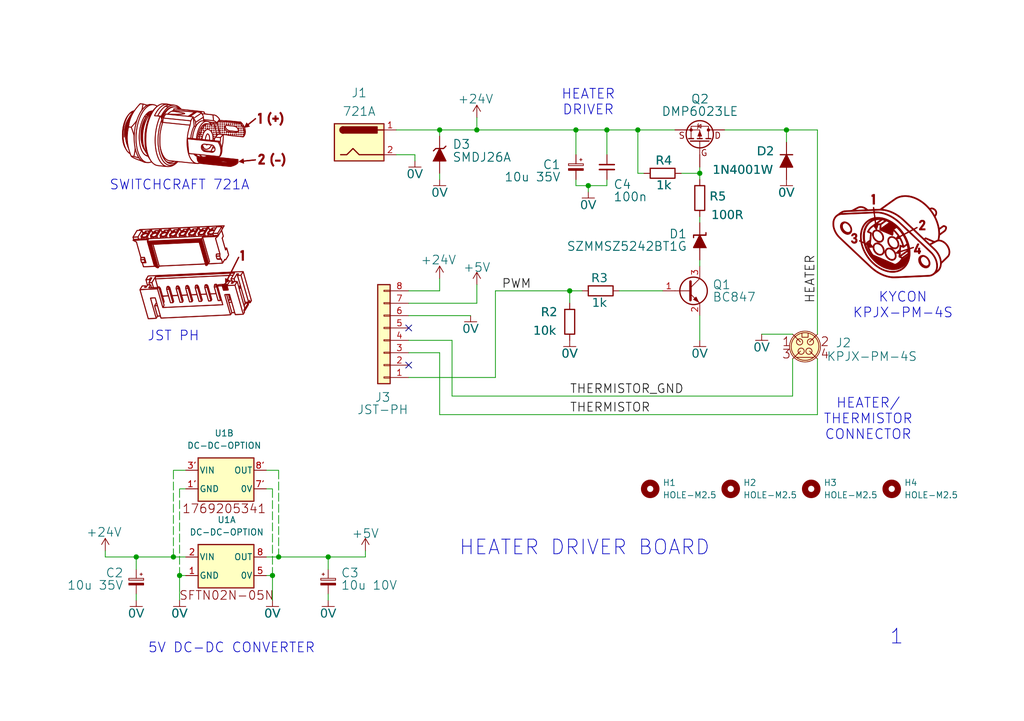
<source format=kicad_sch>
(kicad_sch (version 20250114) (generator "eeschema") (generator_version "9.0")
  (paper "A5")
  (lib_symbols
    (symbol "Connector_Generic:Conn_01x08" (pin_names (offset 1.016) (hide yes))
      (property "Reference" "J" (at 0 10.16 0))
      (property "Value" "Conn_01x08" (at 0 -12.7 0))
      (symbol "Conn_01x08_1_1"
        (pin passive line (at -5.08 7.62 0) (length 3.81) (name "Pin_1") (number "1"))
        (pin passive line (at -5.08 5.08 0) (length 3.81) (name "Pin_2") (number "2"))
        (pin passive line (at -5.08 2.54 0) (length 3.81) (name "Pin_3") (number "3"))
        (pin passive line (at -5.08 0 0) (length 3.81) (name "Pin_4") (number "4"))
        (pin passive line (at -5.08 -2.54 0) (length 3.81) (name "Pin_5") (number "5"))
        (pin passive line (at -5.08 -5.08 0) (length 3.81) (name "Pin_6") (number "6"))
        (pin passive line (at -5.08 -7.62 0) (length 3.81) (name "Pin_7") (number "7"))
        (pin passive line (at -5.08 -10.16 0) (length 3.81) (name "Pin_8") (number "8"))
      )
    )
    (symbol "Device:C_Polarized_Small" (pin_numbers (hide yes)) (pin_names (offset 0.254) (hide yes))
      (property "Reference" "C" (at 0.254 1.778 0))
      (property "Value" "C_Polarized_Small" (at 0.254 -2.032 0))
      (symbol "C_Polarized_Small_1_1"
        (pin passive line (at 0 2.54 270) (length 1.8542) (name "~") (number "1"))
        (pin passive line (at 0 -2.54 90) (length 1.8542) (name "~") (number "2"))
      )
    )
    (symbol "Device:C_Small" (pin_numbers (hide yes)) (pin_names (offset 0.254) (hide yes))
      (property "Reference" "C" (at 0.254 1.778 0))
      (property "Value" "C_Small" (at 0.254 -2.032 0))
      (symbol "C_Small_1_1"
        (pin passive line (at 0 2.54 270) (length 2.032) (name "~") (number "1"))
        (pin passive line (at 0 -2.54 90) (length 2.032) (name "~") (number "2"))
      )
    )
    (symbol "Device:R" (pin_numbers (hide yes)) (pin_names (offset 0))
      (property "Reference" "R" (at 2.032 0 90))
      (property "Value" "R" (at 0 0 90))
      (symbol "R_1_1"
        (pin passive line (at 0 3.81 270) (length 1.27) (name "~") (number "1"))
        (pin passive line (at 0 -3.81 90) (length 1.27) (name "~") (number "2"))
      )
    )
    (symbol "Mechanical:MountingHole" (pin_names (offset 1.016)) (in_bom no)
      (property "Reference" "H" (at 0 5.08 0))
      (property "Value" "MountingHole" (at 0 3.175 0))
    )
    (symbol "Transistor_BJT:BC847" (pin_names (offset 0) (hide yes))
      (property "Reference" "Q" (at 5.08 1.905 0))
      (property "Value" "BC847" (at 5.08 0 0))
      (symbol "BC847_1_1"
        (pin input line (at -5.08 0 0) (length 2.54) (name "B") (number "1"))
        (pin passive line (at 2.54 5.08 270) (length 2.54) (name "C") (number "3"))
        (pin passive line (at 2.54 -5.08 90) (length 2.54) (name "E") (number "2"))
      )
    )
    (symbol "User_Global_Symbol_Library:0V" (power) (pin_names (offset 0))
      (property "Value" "0V" (at 0 -2.54 0))
      (symbol "0V_1_1"
        (pin power_in line (at 0 0 270) (length 0) (hide yes) (name "0V") (number "1"))
      )
    )
    (symbol "User_Global_Symbol_Library:1N4007W" (pin_numbers (hide yes)) (pin_names (offset 1.016) (hide yes))
      (property "Reference" "D" (at 0 2.54 0))
      (property "Value" "1N4007W" (at 0 -2.54 0))
      (symbol "1N4007W_1_1"
        (pin passive line (at -3.81 0 0) (length 2.54) (name "K") (number "1"))
        (pin passive line (at 3.81 0 180) (length 2.54) (name "A") (number "2"))
      )
    )
    (symbol "User_Global_Symbol_Library:721A-illustration" (pin_names (offset 1.016)))
    (symbol "User_Global_Symbol_Library:DC-DC-COMBINED WURTH-1769205341-MEANWELL-SFTN02N-05N" (pin_names (offset 0.254))
      (property "Reference" "U" (at 1.27 5.08 0))
      (property "Value" "DC-DC-COMBINED" (at 0 3.175 0))
      (symbol "DC-DC-COMBINED WURTH-1769205341-MEANWELL-SFTN02N-05N_1_1"
        (text "SFTN02N-05N" (at 3.302 -9.144 0) (effects (font (size 1.8 1.8))))
        (pin power_in line (at -5.08 -1.27 0) (length 2.54) (name "VIN") (number "2"))
        (pin power_in line (at -5.08 -5.08 0) (length 2.54) (name "GND") (number "1"))
        (pin power_out line (at 11.43 -1.27 180) (length 2.54) (name "OUT") (number "8"))
        (pin power_in line (at 11.43 -5.08 180) (length 2.54) (name "0V") (number "5"))
      )
      (symbol "DC-DC-COMBINED WURTH-1769205341-MEANWELL-SFTN02N-05N_2_1"
        (text "1769205341" (at 2.794 -9.144 0) (effects (font (size 1.8 1.8))))
        (pin power_in line (at -5.08 -1.27 0) (length 2.54) (name "VIN") (number "3'"))
        (pin power_in line (at -5.08 -5.08 0) (length 2.54) (name "GND") (number "1'"))
        (pin power_out line (at 11.43 -1.27 180) (length 2.54) (name "OUT") (number "8'"))
        (pin power_in line (at 11.43 -5.08 180) (length 2.54) (name "0V") (number "7'"))
      )
    )
    (symbol "User_Global_Symbol_Library:DC-Socket-Chassis" (pin_names (hide yes))
      (property "Reference" "J" (at 0 5.334 0))
      (property "Value" "DC-Socket-Chassis" (at 0 -5.08 0))
      (symbol "DC-Socket-Chassis_1_1"
        (pin power_out line (at 7.62 2.54 180) (length 2.54) (name "~") (number "1"))
        (pin power_out line (at 7.62 -2.54 180) (length 2.54) (name "~") (number "2"))
      )
    )
    (symbol "User_Global_Symbol_Library:DMP6023-rotated-symbol" (pin_numbers (hide yes)) (pin_names (hide yes))
      (property "Reference" "Q" (at 1.016 12.954 0))
      (property "Value" "DMP6023-rotated-symbol" (at 14.732 11.176 0))
      (symbol "DMP6023-rotated-symbol_1_1"
        (text "D" (at -3.683 6.477 0) (effects (font (size 1.27 1.27))))
        (text "G" (at -0.889 2.921 0) (effects (font (size 1.27 1.27))))
        (text "S" (at 3.683 6.477 0) (effects (font (size 1.27 1.27))))
        (pin passive line (at -5.08 7.62 0) (length 2.54) (name "D") (number "2"))
        (pin input line (at 0 0 90) (length 2.54) (name "G") (number "1"))
        (pin passive line (at 5.08 7.62 180) (length 2.54) (name "S") (number "3"))
      )
    )
    (symbol "User_Global_Symbol_Library:D_Zener_MMSZ52_SZMMSZ52" (pin_numbers (hide yes)) (pin_names (offset 1.016) (hide yes))
      (property "Reference" "D" (at 0 2.54 0))
      (property "Value" "D_Zener_MMSZ52_SZMMSZ52" (at 0 -2.54 0))
      (symbol "D_Zener_MMSZ52_SZMMSZ52_1_1"
        (pin passive line (at -3.81 0 0) (length 2.54) (name "K") (number "1"))
        (pin passive line (at 3.81 0 180) (length 2.54) (name "A") (number "2"))
      )
    )
    (symbol "User_Global_Symbol_Library:JST-PH-illustration" (pin_names (offset 1.016)))
    (symbol "User_Global_Symbol_Library:KPJX-4" (pin_numbers (hide yes)) (pin_names (hide yes))
      (property "Reference" "J" (at -0.254 7.112 0))
      (property "Value" "KPJX-4" (at 0 4.572 0))
      (symbol "KPJX-4_1_1"
        (text "1" (at -3.81 1.016 0) (effects (font (size 1.8 1.8))))
        (text "3" (at -3.81 -1.524 0) (effects (font (size 1.8 1.8))))
        (text "2" (at 4.064 1.016 0) (effects (font (size 1.8 1.8))))
        (text "4" (at 4.064 -1.524 0) (effects (font (size 1.8 1.8))))
        (pin passive line (at -2.54 2.54 0) (length 0) (name "") (number "1"))
        (pin passive line (at -2.54 -2.54 0) (length 0) (name "") (number "3"))
        (pin passive line (at 2.54 2.54 180) (length 0) (name "") (number "2"))
        (pin passive line (at 2.54 -2.54 180) (length 0) (name "") (number "4"))
      )
    )
    (symbol "User_Global_Symbol_Library:KPJX-illustration" (pin_names (offset 1.016)))
    (symbol "User_Global_Symbol_Library:TVS-Unidir" (pin_numbers (hide yes)) (pin_names (hide yes))
      (property "Reference" "D" (at 0 2.54 0))
      (property "Value" "TVS-Unidir" (at 0 -2.54 0))
      (symbol "TVS-Unidir_1_1"
        (pin passive line (at -3.81 0 0) (length 2.54) (name "K") (number "1"))
        (pin passive line (at 3.81 0 180) (length 2.54) (name "A") (number "2"))
      )
    )
    (symbol "power:+24V" (power) (pin_numbers (hide yes)) (pin_names (offset 0) (hide yes))
      (property "Value" "+24V" (at 0 3.556 0))
      (symbol "+24V_1_1"
        (pin power_in line (at 0 0 90) (length 0) (name "~") (number "1"))
      )
    )
    (symbol "power:+5V" (power) (pin_numbers (hide yes)) (pin_names (offset 0) (hide yes))
      (property "Value" "+5V" (at 0 3.556 0))
      (symbol "+5V_1_1"
        (pin power_in line (at 0 0 90) (length 0) (name "~") (number "1"))
      )
    )
  )
  (text "JST PH" (at 35.56 69.088 0) (effects (font (size 2 2))))
  (text "HEATER DRIVER BOARD" (at 119.888 112.522 0) (effects (font (size 3 3))))
  (text "HEATER\nDRIVER" (at 120.65 21.082 0) (effects (font (size 2 2))))
  (text "SWITCHCRAFT 721A" (at 36.83 38.1 0) (effects (font (size 2 2))))
  (text "KYCON\nKPJX-PM-4S" (at 185.166 62.738 0) (effects (font (size 2 2))))
  (text "1" (at 183.896 130.81 0) (effects (font (size 3 3))))
  (text "HEATER/\nTHERMISTOR\nCONNECTOR" (at 178.054 86.106 0) (effects (font (size 2 2))))
  (text "5V DC-DC CONVERTER" (at 47.498 133.096 0) (effects (font (size 2 2))))
  (junction (at 161.29 26.67))
  (junction (at 97.79 26.67))
  (junction (at 116.84 59.69))
  (junction (at 36.83 118.11))
  (junction (at 124.46 26.67))
  (junction (at 67.31 114.3))
  (junction (at 35.56 114.3))
  (junction (at 130.81 26.67))
  (junction (at 90.17 26.67))
  (junction (at 27.94 114.3))
  (junction (at 118.11 26.67))
  (junction (at 57.15 114.3))
  (junction (at 143.51 35.56))
  (junction (at 120.65 38.1))
  (junction (at 55.88 118.11))
  (no_connect (at 83.82 67.31))
  (no_connect (at 83.82 74.93))
  (wire (pts (xy 143.51 69.85) (xy 143.51 64.77)))
  (wire (pts (xy 97.79 62.23) (xy 97.79 58.42)))
  (wire (pts (xy 57.15 96.52) (xy 54.61 96.52)))
  (wire (pts (xy 143.51 34.29) (xy 143.51 35.56)))
  (wire (pts (xy 143.51 45.72) (xy 143.51 44.45)))
  (wire (pts (xy 55.88 118.11) (xy 55.88 100.33)) (stroke (width 0) (type dash)))
  (wire (pts (xy 97.79 24.13) (xy 97.79 26.67)))
  (wire (pts (xy 139.7 35.56) (xy 143.51 35.56)))
  (wire (pts (xy 83.82 62.23) (xy 97.79 62.23)))
  (wire (pts (xy 35.56 114.3) (xy 35.56 96.52)) (stroke (width 0) (type dash)))
  (wire (pts (xy 130.81 26.67) (xy 130.81 35.56)))
  (wire (pts (xy 118.11 26.67) (xy 124.46 26.67)))
  (wire (pts (xy 161.29 26.67) (xy 161.29 29.21)))
  (wire (pts (xy 97.79 26.67) (xy 118.11 26.67)))
  (wire (pts (xy 120.65 38.1) (xy 120.65 39.37)))
  (wire (pts (xy 57.15 114.3) (xy 57.15 96.52)) (stroke (width 0) (type dash)))
  (wire (pts (xy 83.82 64.77) (xy 96.52 64.77)))
  (wire (pts (xy 83.82 69.85) (xy 92.71 69.85)))
  (wire (pts (xy 90.17 26.67) (xy 90.17 27.94)))
  (wire (pts (xy 90.17 35.56) (xy 90.17 36.83)))
  (wire (pts (xy 67.31 114.3) (xy 67.31 116.84)))
  (wire (pts (xy 118.11 26.67) (xy 118.11 31.75)))
  (wire (pts (xy 27.94 123.19) (xy 27.94 121.92)))
  (wire (pts (xy 124.46 36.83) (xy 124.46 38.1)))
  (wire (pts (xy 54.61 114.3) (xy 57.15 114.3)))
  (wire (pts (xy 101.6 59.69) (xy 101.6 77.47)))
  (wire (pts (xy 167.64 85.09) (xy 167.64 73.66)))
  (wire (pts (xy 54.61 118.11) (xy 55.88 118.11)))
  (wire (pts (xy 143.51 35.56) (xy 143.51 36.83)))
  (wire (pts (xy 161.29 26.67) (xy 167.64 26.67)))
  (wire (pts (xy 130.81 35.56) (xy 132.08 35.56)))
  (wire (pts (xy 162.56 81.28) (xy 162.56 73.66)))
  (wire (pts (xy 119.38 59.69) (xy 116.84 59.69)))
  (wire (pts (xy 27.94 114.3) (xy 27.94 116.84)))
  (wire (pts (xy 57.15 114.3) (xy 67.31 114.3)))
  (wire (pts (xy 118.11 38.1) (xy 120.65 38.1)))
  (wire (pts (xy 124.46 26.67) (xy 124.46 31.75)))
  (wire (pts (xy 67.31 114.3) (xy 74.93 114.3)))
  (wire (pts (xy 138.43 26.67) (xy 130.81 26.67)))
  (wire (pts (xy 85.09 31.75) (xy 85.09 33.02)))
  (wire (pts (xy 116.84 59.69) (xy 116.84 62.23)))
  (wire (pts (xy 36.83 100.33) (xy 38.1 100.33)))
  (wire (pts (xy 67.31 123.19) (xy 67.31 121.92)))
  (wire (pts (xy 90.17 85.09) (xy 167.64 85.09)))
  (wire (pts (xy 92.71 69.85) (xy 92.71 81.28)))
  (wire (pts (xy 83.82 72.39) (xy 90.17 72.39)))
  (wire (pts (xy 148.59 26.67) (xy 161.29 26.67)))
  (wire (pts (xy 167.64 26.67) (xy 167.64 68.58)))
  (wire (pts (xy 36.83 118.11) (xy 36.83 100.33)) (stroke (width 0) (type dash)))
  (wire (pts (xy 143.51 54.61) (xy 143.51 53.34)))
  (wire (pts (xy 83.82 59.69) (xy 90.17 59.69)))
  (wire (pts (xy 90.17 26.67) (xy 97.79 26.67)))
  (wire (pts (xy 92.71 81.28) (xy 162.56 81.28)))
  (wire (pts (xy 124.46 26.67) (xy 130.81 26.67)))
  (wire (pts (xy 81.28 31.75) (xy 85.09 31.75)))
  (wire (pts (xy 101.6 77.47) (xy 83.82 77.47)))
  (wire (pts (xy 90.17 72.39) (xy 90.17 85.09)))
  (wire (pts (xy 27.94 114.3) (xy 35.56 114.3)))
  (wire (pts (xy 120.65 38.1) (xy 124.46 38.1)))
  (wire (pts (xy 55.88 100.33) (xy 54.61 100.33)))
  (wire (pts (xy 118.11 36.83) (xy 118.11 38.1)))
  (wire (pts (xy 38.1 114.3) (xy 35.56 114.3)))
  (wire (pts (xy 21.59 114.3) (xy 27.94 114.3)))
  (wire (pts (xy 21.59 113.03) (xy 21.59 114.3)))
  (wire (pts (xy 35.56 96.52) (xy 38.1 96.52)))
  (wire (pts (xy 55.88 123.19) (xy 55.88 118.11)))
  (wire (pts (xy 90.17 59.69) (xy 90.17 57.15)))
  (wire (pts (xy 36.83 123.19) (xy 36.83 118.11)))
  (wire (pts (xy 38.1 118.11) (xy 36.83 118.11)))
  (wire (pts (xy 101.6 59.69) (xy 116.84 59.69)))
  (wire (pts (xy 127 59.69) (xy 135.89 59.69)))
  (wire (pts (xy 81.28 26.67) (xy 90.17 26.67)))
  (wire (pts (xy 156.21 68.58) (xy 162.56 68.58)))
  (wire (pts (xy 74.93 113.03) (xy 74.93 114.3)))
  (label "HEATER" (at 167.64 62.23 90) (effects (font (size 1.8 1.8))))
  (label "THERMISTOR_GND" (at 116.84 81.28 0) (effects (font (size 1.8 1.8))))
  (label "THERMISTOR" (at 116.84 85.09 0) (effects (font (size 1.8 1.8))))
  (label "PWM" (at 102.87 59.69 0) (effects (font (size 1.8 1.8))))
  (symbol (lib_id "User_Global_Symbol_Library:1N4007W") (at 161.29 33.02 90) (mirror x) (unit 1)
    (property "Reference" "D2" (at 158.75 31.1149 90) (effects (font (size 1.8 1.8)) (justify left)))
    (property "Value" "1N4001W" (at 158.75 34.9249 90) (effects (font (size 1.8 1.8)) (justify left)))
    (property "Footprint" "User_Global_Library:D_SOD-123-pins12" (effects (hide yes)))
    (property "Description" "Diode" (effects (hide yes)))
  )
  (symbol (lib_id "Mechanical:MountingHole") (at 182.88 100.33 0) (unit 1) (in_bom no)
    (property "Reference" "H4" (at 185.42 99.06 0) (effects (justify left)))
    (property "Value" "HOLE-M2.5" (at 185.42 101.6 0) (effects (justify left)))
    (property "Footprint" "MountingHole:MountingHole_2.7mm" (effects (hide yes)))
    (property "Description" "Mounting Hole without connection" (effects (hide yes)))
  )
  (symbol (lib_id "User_Global_Symbol_Library:KPJX-4") (at 165.1 71.12 0) (unit 1)
    (property "Reference" "J2" (at 172.974 70.358 0) (effects (font (size 1.8 1.8))))
    (property "Value" "KPJX-PM-4S" (at 178.816 73.152 0) (effects (font (size 1.8 1.8))))
    (property "Footprint" "User_Global_Library:KPJX-PM-4S" (effects (hide yes)))
  )
  (symbol (lib_id "User_Global_Symbol_Library:0V") (at 55.88 123.19 0) (unit 1)
    (property "Reference" "#PWR016" (effects (hide yes)))
    (property "Value" "0V" (at 55.88 125.984 0) (effects (font (size 1.8 1.8))))
    (property "Description" "Power symbol creates a global label with name \"0V\"" (effects (hide yes)))
  )
  (symbol (lib_id "power:+24V") (at 97.79 24.13 0) (unit 1)
    (property "Reference" "#PWR01" (effects (hide yes)))
    (property "Value" "+24V" (at 97.536 20.32 0) (effects (font (size 1.8 1.8))))
    (property "Description" "Power symbol creates a global label with name \"+24V\"" (effects (hide yes)))
  )
  (symbol (lib_id "User_Global_Symbol_Library:JST-PH-illustration") (at 39.37 55.88 0) (unit 1)
    (property "Reference" "#G2" (effects (hide yes)))
    (property "Value" "JST-PH-illustration" (effects (hide yes)))
  )
  (symbol (lib_id "User_Global_Symbol_Library:721A-illustration") (at 41.91 27.94 0) (unit 1)
    (property "Reference" "#G3" (effects (hide yes)))
    (property "Value" "721A-illustration" (effects (hide yes)))
  )
  (symbol (lib_id "Device:C_Polarized_Small") (at 27.94 119.38 0) (mirror y) (unit 1)
    (property "Reference" "C2" (at 25.4 117.5639 0) (effects (font (size 1.8 1.8)) (justify left)))
    (property "Value" "10u 35V" (at 25.4 120.1039 0) (effects (font (size 1.8 1.8)) (justify left)))
    (property "Footprint" "User_Global_Library:Cap-Electrolytic-SMD-Pana-Case-C" (effects (hide yes)))
    (property "Description" "Polarized capacitor, small symbol" (effects (hide yes)))
  )
  (symbol (lib_id "User_Global_Symbol_Library:DC-Socket-Chassis") (at 73.66 29.21 0) (unit 1)
    (property "Reference" "J1" (at 73.66 19.05 0) (effects (font (size 1.8 1.8))))
    (property "Value" "721A" (at 73.66 22.86 0) (effects (font (size 1.8 1.8))))
    (property "Footprint" "User_Global_Library:DC-JACK-721A-PanelMount" (effects (hide yes)))
    (property "Description" "DC Barrel Jack with an internal switch" (effects (hide yes)))
  )
  (symbol (lib_id "Mechanical:MountingHole") (at 149.86 100.33 0) (unit 1) (in_bom no)
    (property "Reference" "H2" (at 152.4 99.06 0) (effects (justify left)))
    (property "Value" "HOLE-M2.5" (at 152.4 101.6 0) (effects (justify left)))
    (property "Footprint" "MountingHole:MountingHole_2.7mm" (effects (hide yes)))
    (property "Description" "Mounting Hole without connection" (effects (hide yes)))
  )
  (symbol (lib_id "Device:R") (at 143.51 40.64 0) (unit 1)
    (property "Reference" "R5" (at 145.542 40.386 0) (effects (font (size 1.8 1.8)) (justify left)))
    (property "Value" "100R" (at 145.542 44.196 0) (effects (font (size 1.8 1.8)) (justify left)))
    (property "Footprint" "Resistor_SMD:R_0805_2012Metric_Pad1.20x1.40mm_HandSolder" (effects (hide yes)))
    (property "Description" "Resistor" (effects (hide yes)))
  )
  (symbol (lib_id "Mechanical:MountingHole") (at 166.37 100.33 0) (unit 1) (in_bom no)
    (property "Reference" "H3" (at 168.91 99.06 0) (effects (justify left)))
    (property "Value" "HOLE-M2.5" (at 168.91 101.6 0) (effects (justify left)))
    (property "Footprint" "MountingHole:MountingHole_2.7mm" (effects (hide yes)))
    (property "Description" "Mounting Hole without connection" (effects (hide yes)))
  )
  (symbol (lib_id "User_Global_Symbol_Library:0V") (at 27.94 123.19 0) (unit 1)
    (property "Reference" "#PWR06" (effects (hide yes)))
    (property "Value" "0V" (at 27.94 125.984 0) (effects (font (size 1.8 1.8))))
    (property "Description" "Power symbol creates a global label with name \"0V\"" (effects (hide yes)))
  )
  (symbol (lib_id "User_Global_Symbol_Library:0V") (at 90.17 36.83 0) (unit 1)
    (property "Reference" "#PWR017" (effects (hide yes)))
    (property "Value" "0V" (at 90.17 39.624 0) (effects (font (size 1.8 1.8))))
    (property "Description" "Power symbol creates a global label with name \"0V\"" (effects (hide yes)))
  )
  (symbol (lib_id "User_Global_Symbol_Library:DC-DC-COMBINED WURTH-1769205341-MEANWELL-SFTN02N-05N") (at 43.18 113.03 0) (unit 1)
    (property "Reference" "U1" (at 46.482 106.68 0))
    (property "Value" "DC-DC-OPTION" (at 46.482 109.22 0))
    (property "Footprint" "User_Global_Library:DC-DC-COMBINED-SMD" (effects (hide yes)))
    (property "Description" "4-pin regulator" (effects (hide yes)))
  )
  (symbol (lib_id "User_Global_Symbol_Library:0V") (at 156.21 68.58 0) (unit 1)
    (property "Reference" "#PWR011" (effects (hide yes)))
    (property "Value" "0V" (at 156.21 71.374 0) (effects (font (size 1.8 1.8))))
    (property "Description" "Power symbol creates a global label with name \"0V\"" (effects (hide yes)))
  )
  (symbol (lib_id "User_Global_Symbol_Library:0V") (at 36.83 123.19 0) (unit 1)
    (property "Reference" "#PWR012" (effects (hide yes)))
    (property "Value" "0V" (at 36.83 125.984 0) (effects (font (size 1.8 1.8))))
    (property "Description" "Power symbol creates a global label with name \"0V\"" (effects (hide yes)))
  )
  (symbol (lib_id "Device:R") (at 116.84 66.04 0) (mirror y) (unit 1)
    (property "Reference" "R2" (at 114.3 64.1349 0) (effects (font (size 1.8 1.8)) (justify left)))
    (property "Value" "10k" (at 114.3 67.9449 0) (effects (font (size 1.8 1.8)) (justify left)))
    (property "Footprint" "Resistor_SMD:R_0805_2012Metric_Pad1.20x1.40mm_HandSolder" (effects (hide yes)))
    (property "Description" "Resistor" (effects (hide yes)))
  )
  (symbol (lib_id "power:+24V") (at 90.17 57.15 0) (unit 1)
    (property "Reference" "#PWR02" (effects (hide yes)))
    (property "Value" "+24V" (at 89.916 53.34 0) (effects (font (size 1.8 1.8))))
    (property "Description" "Power symbol creates a global label with name \"+24V\"" (effects (hide yes)))
  )
  (symbol (lib_id "Device:C_Polarized_Small") (at 118.11 34.29 0) (mirror y) (unit 1)
    (property "Reference" "C1" (at 115.062 33.782 0) (effects (font (size 1.8 1.8)) (justify left)))
    (property "Value" "10u 35V" (at 115.062 36.322 0) (effects (font (size 1.8 1.8)) (justify left)))
    (property "Footprint" "User_Global_Library:Cap-Electrolytic-SMD-Pana-Case-C" (effects (hide yes)))
    (property "Description" "Polarized capacitor, small symbol" (effects (hide yes)))
  )
  (symbol (lib_id "User_Global_Symbol_Library:0V") (at 116.84 69.85 0) (unit 1)
    (property "Reference" "#PWR03" (effects (hide yes)))
    (property "Value" "0V" (at 116.84 72.644 0) (effects (font (size 1.8 1.8))))
    (property "Description" "Power symbol creates a global label with name \"0V\"" (effects (hide yes)))
  )
  (symbol (lib_id "User_Global_Symbol_Library:D_Zener_MMSZ52_SZMMSZ52") (at 143.51 49.53 90) (mirror x) (unit 1)
    (property "Reference" "D1" (at 140.97 48.006 90) (effects (font (size 1.8 1.8)) (justify left)))
    (property "Value" "SZMMSZ5242BT1G" (at 140.97 50.546 90) (effects (font (size 1.8 1.8)) (justify left)))
    (property "Footprint" "User_Global_Library:D_SOD-123-pins12" (effects (hide yes)))
    (property "Description" "Zener diode, filled shape" (effects (hide yes)))
  )
  (symbol (lib_id "User_Global_Symbol_Library:0V") (at 85.09 33.02 0) (unit 1)
    (property "Reference" "#PWR09" (effects (hide yes)))
    (property "Value" "0V" (at 85.09 35.814 0) (effects (font (size 1.8 1.8))))
    (property "Description" "Power symbol creates a global label with name \"0V\"" (effects (hide yes)))
  )
  (symbol (lib_id "power:+24V") (at 21.59 113.03 0) (unit 1)
    (property "Reference" "#PWR014" (effects (hide yes)))
    (property "Value" "+24V" (at 21.336 109.22 0) (effects (font (size 1.8 1.8))))
    (property "Description" "Power symbol creates a global label with name \"+24V\"" (effects (hide yes)))
  )
  (symbol (lib_id "Mechanical:MountingHole") (at 133.35 100.33 0) (unit 1) (in_bom no)
    (property "Reference" "H1" (at 135.89 99.06 0) (effects (justify left)))
    (property "Value" "HOLE-M2.5" (at 135.89 101.6 0) (effects (justify left)))
    (property "Footprint" "MountingHole:MountingHole_2.7mm" (effects (hide yes)))
    (property "Description" "Mounting Hole without connection" (effects (hide yes)))
  )
  (symbol (lib_id "User_Global_Symbol_Library:0V") (at 143.51 69.85 0) (unit 1)
    (property "Reference" "#PWR05" (effects (hide yes)))
    (property "Value" "0V" (at 143.51 72.644 0) (effects (font (size 1.8 1.8))))
    (property "Description" "Power symbol creates a global label with name \"0V\"" (effects (hide yes)))
  )
  (symbol (lib_id "Device:R") (at 135.89 35.56 90) (unit 1)
    (property "Reference" "R4" (at 136.144 33.02 90) (effects (font (size 1.8 1.8))))
    (property "Value" "1k" (at 136.144 38.1 90) (effects (font (size 1.8 1.8))))
    (property "Footprint" "Resistor_SMD:R_0805_2012Metric_Pad1.20x1.40mm_HandSolder" (effects (hide yes)))
    (property "Description" "Resistor" (effects (hide yes)))
  )
  (symbol (lib_id "Transistor_BJT:BC847") (at 140.97 59.69 0) (unit 1)
    (property "Reference" "Q1" (at 146.05 58.42 0) (effects (font (size 1.8 1.8)) (justify left)))
    (property "Value" "BC847" (at 146.05 60.96 0) (effects (font (size 1.8 1.8)) (justify left)))
    (property "Footprint" "Package_TO_SOT_SMD:SOT-23" (effects (hide yes)))
    (property "Datasheet" "http://www.infineon.com/dgdl/Infineon-BC847SERIES_BC848SERIES_BC849SERIES_BC850SERIES-DS-v01_01-en.pdf?fileId=db3a304314dca389011541d4630a1657" (effects (hide yes)))
    (property "Description" "0.1A Ic, 45V Vce, NPN Transistor, SOT-23" (effects (hide yes)))
  )
  (symbol (lib_id "Device:C_Small") (at 124.46 34.29 0) (unit 1)
    (property "Reference" "C4" (at 125.73 37.846 0) (effects (font (size 1.8 1.8)) (justify left)))
    (property "Value" "100n" (at 125.73 40.386 0) (effects (font (size 1.8 1.8)) (justify left)))
    (property "Footprint" "Capacitor_SMD:C_0805_2012Metric_Pad1.18x1.45mm_HandSolder" (effects (hide yes)))
    (property "Description" "Unpolarized capacitor, small symbol" (effects (hide yes)))
  )
  (symbol (lib_id "User_Global_Symbol_Library:DC-DC-COMBINED WURTH-1769205341-MEANWELL-SFTN02N-05N") (at 43.18 95.25 0) (unit 2)
    (property "Reference" "U1" (at 45.974 88.9 0))
    (property "Value" "DC-DC-OPTION" (at 45.974 91.44 0))
    (property "Footprint" "User_Global_Library:DC-DC-COMBINED-SMD" (effects (hide yes)))
    (property "Description" "4-pin regulator" (effects (hide yes)))
  )
  (symbol (lib_id "Device:C_Polarized_Small") (at 67.31 119.38 0) (unit 1)
    (property "Reference" "C3" (at 69.85 117.5639 0) (effects (font (size 1.8 1.8)) (justify left)))
    (property "Value" "10u 10V" (at 69.85 120.1039 0) (effects (font (size 1.8 1.8)) (justify left)))
    (property "Footprint" "User_Global_Library:Cap-Tant-CaseB" (effects (hide yes)))
    (property "Description" "Polarized capacitor, small symbol" (effects (hide yes)))
  )
  (symbol (lib_id "User_Global_Symbol_Library:TVS-Unidir") (at 90.17 31.75 270) (unit 1)
    (property "Reference" "D3" (at 92.71 29.6065 90) (effects (font (size 1.8 1.8)) (justify left)))
    (property "Value" "SMDJ26A" (at 92.71 32.258 90) (effects (font (size 1.8 1.8)) (justify left)))
    (property "Footprint" "User_Global_Library:DO-214AB-TVS-UNIDIR" (effects (hide yes)))
  )
  (symbol (lib_id "User_Global_Symbol_Library:0V") (at 161.29 36.83 0) (unit 1)
    (property "Reference" "#PWR07" (effects (hide yes)))
    (property "Value" "0V" (at 161.29 39.624 0) (effects (font (size 1.8 1.8))))
    (property "Description" "Power symbol creates a global label with name \"0V\"" (effects (hide yes)))
  )
  (symbol (lib_id "User_Global_Symbol_Library:0V") (at 96.52 64.77 0) (unit 1)
    (property "Reference" "#PWR010" (effects (hide yes)))
    (property "Value" "0V" (at 96.52 67.564 0) (effects (font (size 1.8 1.8))))
    (property "Description" "Power symbol creates a global label with name \"0V\"" (effects (hide yes)))
  )
  (symbol (lib_id "User_Global_Symbol_Library:DMP6023-rotated-symbol") (at 143.51 34.29 0) (mirror y) (unit 1)
    (property "Reference" "Q2" (at 143.5488 20.32 0) (effects (font (size 1.8 1.8))))
    (property "Value" "DMP6023LE" (at 143.5488 22.86 0) (effects (font (size 1.8 1.8))))
    (property "Footprint" "User_Global_Library:SOT-223" (effects (hide yes)))
  )
  (symbol (lib_id "User_Global_Symbol_Library:KPJX-illustration") (at 182.88 48.26 0) (unit 1)
    (property "Reference" "#G1" (effects (hide yes)))
    (property "Value" "KPJX-illustration" (effects (hide yes)))
  )
  (symbol (lib_id "power:+5V") (at 74.93 113.03 0) (unit 1)
    (property "Reference" "#PWR013" (effects (hide yes)))
    (property "Value" "+5V" (at 74.93 109.474 0) (effects (font (size 1.8 1.8))))
    (property "Description" "Power symbol creates a global label with name \"+5V\"" (effects (hide yes)))
  )
  (symbol (lib_id "power:+5V") (at 97.79 58.42 0) (unit 1)
    (property "Reference" "#PWR015" (effects (hide yes)))
    (property "Value" "+5V" (at 97.79 54.864 0) (effects (font (size 1.8 1.8))))
    (property "Description" "Power symbol creates a global label with name \"+5V\"" (effects (hide yes)))
  )
  (symbol (lib_id "Connector_Generic:Conn_01x08") (at 78.74 69.85 180) (unit 1)
    (property "Reference" "J3" (at 78.486 81.534 0) (effects (font (size 1.8 1.8))))
    (property "Value" "JST-PH" (at 78.486 84.074 0) (effects (font (size 1.8 1.8))))
    (property "Footprint" "User_Global_Library:JST_PH_8WAY-VERT-SMD-B8B-PH-SM4-TB" (effects (hide yes)))
    (property "Description" "Generic connector, single row, 01x08, script generated (kicad-library-utils/schlib/autogen/connector/)" (effects (hide yes)))
  )
  (symbol (lib_id "Device:R") (at 123.19 59.69 90) (unit 1)
    (property "Reference" "R3" (at 122.936 57.15 90) (effects (font (size 1.8 1.8))))
    (property "Value" "1k" (at 122.936 62.23 90) (effects (font (size 1.8 1.8))))
    (property "Footprint" "Resistor_SMD:R_0805_2012Metric_Pad1.20x1.40mm_HandSolder" (effects (hide yes)))
    (property "Description" "Resistor" (effects (hide yes)))
  )
  (symbol (lib_id "User_Global_Symbol_Library:0V") (at 120.65 39.37 0) (unit 1)
    (property "Reference" "#PWR04" (effects (hide yes)))
    (property "Value" "0V" (at 120.65 42.164 0) (effects (font (size 1.8 1.8))))
    (property "Description" "Power symbol creates a global label with name \"0V\"" (effects (hide yes)))
  )
  (symbol (lib_id "User_Global_Symbol_Library:0V") (at 67.31 123.19 0) (unit 1)
    (property "Reference" "#PWR08" (effects (hide yes)))
    (property "Value" "0V" (at 67.31 125.984 0) (effects (font (size 1.8 1.8))))
    (property "Description" "Power symbol creates a global label with name \"0V\"" (effects (hide yes)))
  )
)
</source>
